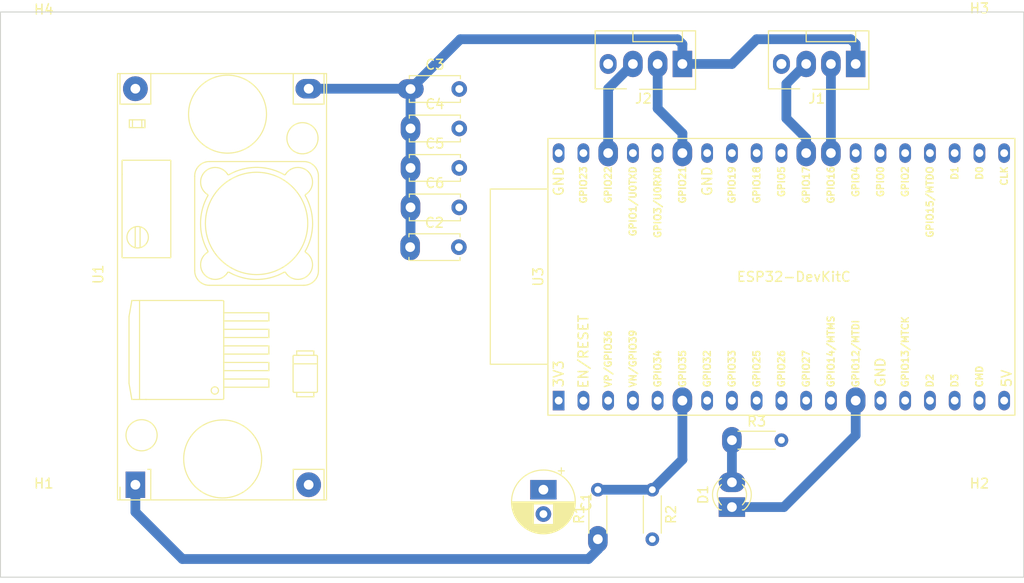
<source format=kicad_pcb>
(kicad_pcb (version 20221018) (generator pcbnew)
  (layers (0 "F.Cu" signal) (31 "B.Cu" signal) (34 "B.Paste" user) (35 "F.Paste" user) (36 "B.SilkS" user "B.Silkscreen") (37 "F.SilkS" user "F.Silkscreen") (38 "B.Mask" user) (39 "F.Mask" user) (44 "Edge.Cuts" user))
  (net 0 "")
  (net 1 "+5V")
  (net 2 "GND")
  (net 3 "LED_ALIVE")
  (net 4 "Net-(D1-A)")
  (net 5 "RXD2")
  (net 6 "TXD2")
  (net 7 "+12V")
  (net 8 "VBAT-3V")
  (net 9 "SCL")
  (net 10 "SDA")
  (footprint "Connector:FanPinHeader_1x04_P2.54mm_Vertical" (layer "F.Cu") (at 177.292 87.884 180)
    (fp_text reference "J2" (at 4 -3.55) (layer "F.SilkS"))
    (fp_text value "Conn_01x04_Pin")
    (fp_line (start -1.35 -2.6) (end 4.4 -2.6) (stroke (width 0.12)) (layer "F.SilkS"))
    (fp_line (start -1.35 3.4) (end -1.35 -2.6) (stroke (width 0.12)) (layer "F.SilkS"))
    (fp_line (start 0 2.29) (end 5.08 2.29) (stroke (width 0.12)) (layer "F.SilkS"))
    (fp_line (start 0 3.3) (end 0 2.29) (stroke (width 0.12)) (layer "F.SilkS"))
    (fp_line (start 5.08 2.29) (end 5.08 3.3) (stroke (width 0.12)) (layer "F.SilkS"))
    (fp_line (start 5.75 -2.55) (end 8.95 -2.55) (stroke (width 0.12)) (layer "F.SilkS"))
    (fp_line (start 8.95 -2.55) (end 8.95 3.4) (stroke (width 0.12)) (layer "F.SilkS"))
    (fp_line (start 8.95 3.4) (end -1.35 3.4) (stroke (width 0.12)) (layer "F.SilkS"))
    (pad "" np_thru_hole circle (at 5.08 -2.16 270) (size 1.1 1.1) (drill 1.1) (layers "*.Cu" "*.Mask"))
    (pad "1" thru_hole rect (at 0 0 270) (size 2.7 2) (drill 1) (layers "*.Cu" "*.Mask") (net 1 "+5V"))
    (pad "2" thru_hole oval (at 2.54 0 90) (size 2.7 2) (drill 1) (layers "*.Cu" "*.Mask") (net 10 "SDA"))
    (pad "3" thru_hole oval (at 5.08 0 90) (size 2.7 2) (drill 1) (layers "*.Cu" "*.Mask") (net 9 "SCL"))
    (pad "4" thru_hole oval (at 7.62 0 270) (size 2.03 1.73) (drill 1.02) (layers "*.Cu" "*.Mask") (net 2 "GND"))
  )
  (footprint "MountingHole:MountingHole_3.7mm" (layer "F.Cu") (at 207.772 86.868)
    (fp_text reference "H3" (at 0 -4.7) (layer "F.SilkS"))
    (fp_text value "3.7")
    (pad "" np_thru_hole circle (at 0 0) (size 3.7 3.7) (drill 3.7) (layers "*.Cu" "*.Mask"))
  )
  (footprint "Capacitor_THT:C_Disc_D5.0mm_W2.5mm_P5.00mm" (layer "F.Cu") (at 149.392 102.602)
    (fp_text reference "C6" (at 2.5 -2.5) (layer "F.SilkS"))
    (fp_text value "100nF")
    (fp_line (start -0.12 -1.37) (end -0.12 -1.055) (stroke (width 0.12)) (layer "F.SilkS"))
    (fp_line (start -0.12 -1.37) (end 5.12 -1.37) (stroke (width 0.12)) (layer "F.SilkS"))
    (fp_line (start -0.12 1.055) (end -0.12 1.37) (stroke (width 0.12)) (layer "F.SilkS"))
    (fp_line (start -0.12 1.37) (end 5.12 1.37) (stroke (width 0.12)) (layer "F.SilkS"))
    (fp_line (start 5.12 -1.37) (end 5.12 -1.055) (stroke (width 0.12)) (layer "F.SilkS"))
    (fp_line (start 5.12 1.055) (end 5.12 1.37) (stroke (width 0.12)) (layer "F.SilkS"))
    (pad "1" thru_hole oval (at 0 0) (size 2 2.7) (drill 1) (layers "*.Cu" "*.Mask") (net 1 "+5V"))
    (pad "2" thru_hole circle (at 5 0) (size 1.6 1.6) (drill 0.8) (layers "*.Cu" "*.Mask") (net 2 "GND"))
  )
  (footprint "Capacitor_THT:C_Disc_D5.0mm_W2.5mm_P5.00mm" (layer "F.Cu") (at 149.392 90.452)
    (fp_text reference "C3" (at 2.5 -2.5) (layer "F.SilkS"))
    (fp_text value "10uF")
    (fp_line (start -0.12 -1.37) (end -0.12 -1.055) (stroke (width 0.12)) (layer "F.SilkS"))
    (fp_line (start -0.12 -1.37) (end 5.12 -1.37) (stroke (width 0.12)) (layer "F.SilkS"))
    (fp_line (start -0.12 1.055) (end -0.12 1.37) (stroke (width 0.12)) (layer "F.SilkS"))
    (fp_line (start -0.12 1.37) (end 5.12 1.37) (stroke (width 0.12)) (layer "F.SilkS"))
    (fp_line (start 5.12 -1.37) (end 5.12 -1.055) (stroke (width 0.12)) (layer "F.SilkS"))
    (fp_line (start 5.12 1.055) (end 5.12 1.37) (stroke (width 0.12)) (layer "F.SilkS"))
    (pad "1" thru_hole oval (at 0 0) (size 2.7 2) (drill 1) (layers "*.Cu" "*.Mask") (net 1 "+5V"))
    (pad "2" thru_hole circle (at 5 0) (size 1.6 1.6) (drill 0.8) (layers "*.Cu" "*.Mask") (net 2 "GND"))
  )
  (footprint "LED_THT:LED_D3.0mm_FlatTop" (layer "F.Cu") (at 182.372 133.355 90)
    (fp_text reference "D1" (at 1.27 -2.96 90) (layer "F.SilkS"))
    (fp_text value "LED")
    (fp_line (start -0.29 -1.236) (end -0.29 -1.08) (stroke (width 0.12)) (layer "F.SilkS"))
    (fp_line (start -0.29 1.08) (end -0.29 1.236) (stroke (width 0.12)) (layer "F.SilkS"))
    (fp_arc (start -0.29 -1.235516) (mid 1.366487 -1.987659) (end 2.942335 -1.078608) (stroke (width 0.12)) (layer "F.SilkS"))
    (fp_arc (start 0.229039 -1.08) (mid 1.270117 -1.5) (end 2.31113 -1.079837) (stroke (width 0.12)) (layer "F.SilkS"))
    (fp_arc (start 2.31113 1.079837) (mid 1.270117 1.5) (end 0.229039 1.08) (stroke (width 0.12)) (layer "F.SilkS"))
    (fp_arc (start 2.942335 1.078608) (mid 1.366487 1.987659) (end -0.29 1.235516) (stroke (width 0.12)) (layer "F.SilkS"))
    (pad "1" thru_hole rect (at 0 0 180) (size 2.7 2) (drill 1) (layers "*.Cu" "*.Mask") (net 3 "LED_ALIVE"))
    (pad "2" thru_hole oval (at 2.54 0 90) (size 2 2.7) (drill 1) (layers "*.Cu" "*.Mask") (net 4 "Net-(D1-A)"))
  )
  (footprint "MountingHole:MountingHole_3.7mm" (layer "F.Cu") (at 111.76 135.636)
    (fp_text reference "H1" (at 0 -4.7) (layer "F.SilkS"))
    (fp_text value "3.7")
    (pad "" np_thru_hole circle (at 0 0) (size 3.7 3.7) (drill 3.7) (layers "*.Cu" "*.Mask"))
  )
  (footprint "Resistor_THT:R_Axial_DIN0204_L3.6mm_D1.6mm_P5.08mm_Horizontal" (layer "F.Cu") (at 174.204 131.572 -90)
    (fp_text reference "R2" (at 2.54 -1.92 90) (layer "F.SilkS"))
    (fp_text value "2k2")
    (fp_line (start 0.62 -0.92) (end 4.46 -0.92) (stroke (width 0.12)) (layer "F.SilkS"))
    (fp_line (start 0.62 0.92) (end 4.46 0.92) (stroke (width 0.12)) (layer "F.SilkS"))
    (pad "1" thru_hole circle (at 0 0 270) (size 1.4 1.4) (drill 0.7) (layers "*.Cu" "*.Mask") (net 8 "VBAT-3V"))
    (pad "2" thru_hole oval (at 5.08 0 270) (size 1.4 1.4) (drill 0.7) (layers "*.Cu" "*.Mask") (net 2 "GND"))
  )
  (footprint "MountingHole:MountingHole_3.7mm" (layer "F.Cu") (at 207.772 135.636)
    (fp_text reference "H2" (at 0 -4.7) (layer "F.SilkS"))
    (fp_text value "3.7")
    (pad "" np_thru_hole circle (at 0 0) (size 3.7 3.7) (drill 3.7) (layers "*.Cu" "*.Mask"))
  )
  (footprint "Capacitor_THT:C_Disc_D5.0mm_W2.5mm_P5.00mm" (layer "F.Cu") (at 149.392 98.552)
    (fp_text reference "C5" (at 2.5 -2.5) (layer "F.SilkS"))
    (fp_text value "10uF")
    (fp_line (start -0.12 -1.37) (end -0.12 -1.055) (stroke (width 0.12)) (layer "F.SilkS"))
    (fp_line (start -0.12 -1.37) (end 5.12 -1.37) (stroke (width 0.12)) (layer "F.SilkS"))
    (fp_line (start -0.12 1.055) (end -0.12 1.37) (stroke (width 0.12)) (layer "F.SilkS"))
    (fp_line (start -0.12 1.37) (end 5.12 1.37) (stroke (width 0.12)) (layer "F.SilkS"))
    (fp_line (start 5.12 -1.37) (end 5.12 -1.055) (stroke (width 0.12)) (layer "F.SilkS"))
    (fp_line (start 5.12 1.055) (end 5.12 1.37) (stroke (width 0.12)) (layer "F.SilkS"))
    (pad "1" thru_hole oval (at 0 0) (size 2 2.7) (drill 1) (layers "*.Cu" "*.Mask") (net 1 "+5V"))
    (pad "2" thru_hole circle (at 5 0) (size 1.6 1.6) (drill 0.8) (layers "*.Cu" "*.Mask") (net 2 "GND"))
  )
  (footprint "Resistor_THT:R_Axial_DIN0204_L3.6mm_D1.6mm_P5.08mm_Horizontal" (layer "F.Cu") (at 168.616 136.652 90)
    (fp_text reference "R1" (at 2.54 -1.92 90) (layer "F.SilkS"))
    (fp_text value "10k")
    (fp_line (start 0.62 -0.92) (end 4.46 -0.92) (stroke (width 0.12)) (layer "F.SilkS"))
    (fp_line (start 0.62 0.92) (end 4.46 0.92) (stroke (width 0.12)) (layer "F.SilkS"))
    (pad "1" thru_hole oval (at 0 0 90) (size 2.7 2) (drill 1) (layers "*.Cu" "*.Mask") (net 7 "+12V"))
    (pad "2" thru_hole oval (at 5.08 0 90) (size 1.4 1.4) (drill 0.7) (layers "*.Cu" "*.Mask") (net 8 "VBAT-3V"))
  )
  (footprint "MountingHole:MountingHole_3.7mm" (layer "F.Cu") (at 111.76 86.995)
    (fp_text reference "H4" (at 0 -4.7) (layer "F.SilkS"))
    (fp_text value "3.7")
    (pad "" np_thru_hole circle (at 0 0) (size 3.7 3.7) (drill 3.7) (layers "*.Cu" "*.Mask"))
  )
  (footprint "Capacitor_THT:CP_Radial_D6.3mm_P2.50mm" (layer "F.Cu") (at 163.028 131.572 -90)
    (fp_text reference "C1" (at 1.25 -4.4 90) (layer "F.SilkS"))
    (fp_text value "470uF")
    (fp_line (start -2.250241 -1.839) (end -1.620241 -1.839) (stroke (width 0.12)) (layer "F.SilkS"))
    (fp_line (start -1.935241 -2.154) (end -1.935241 -1.524) (stroke (width 0.12)) (layer "F.SilkS"))
    (fp_line (start 1.25 -3.23) (end 1.25 3.23) (stroke (width 0.12)) (layer "F.SilkS"))
    (fp_line (start 1.29 -3.23) (end 1.29 3.23) (stroke (width 0.12)) (layer "F.SilkS"))
    (fp_line (start 1.33 -3.23) (end 1.33 3.23) (stroke (width 0.12)) (layer "F.SilkS"))
    (fp_line (start 1.37 -3.228) (end 1.37 3.228) (stroke (width 0.12)) (layer "F.SilkS"))
    (fp_line (start 1.41 -3.227) (end 1.41 3.227) (stroke (width 0.12)) (layer "F.SilkS"))
    (fp_line (start 1.45 -3.224) (end 1.45 3.224) (stroke (width 0.12)) (layer "F.SilkS"))
    (fp_line (start 1.49 -3.222) (end 1.49 -1.04) (stroke (width 0.12)) (layer "F.SilkS"))
    (fp_line (start 1.49 1.04) (end 1.49 3.222) (stroke (width 0.12)) (layer "F.SilkS"))
    (fp_line (start 1.53 -3.218) (end 1.53 -1.04) (stroke (width 0.12)) (layer "F.SilkS"))
    (fp_line (start 1.53 1.04) (end 1.53 3.218) (stroke (width 0.12)) (layer "F.SilkS"))
    (fp_line (start 1.57 -3.215) (end 1.57 -1.04) (stroke (width 0.12)) (layer "F.SilkS"))
    (fp_line (start 1.57 1.04) (end 1.57 3.215) (stroke (width 0.12)) (layer "F.SilkS"))
    (fp_line (start 1.61 -3.211) (end 1.61 -1.04) (stroke (width 0.12)) (layer "F.SilkS"))
    (fp_line (start 1.61 1.04) (end 1.61 3.211) (stroke (width 0.12)) (layer "F.SilkS"))
    (fp_line (start 1.65 -3.206) (end 1.65 -1.04) (stroke (width 0.12)) (layer "F.SilkS"))
    (fp_line (start 1.65 1.04) (end 1.65 3.206) (stroke (width 0.12)) (layer "F.SilkS"))
    (fp_line (start 1.69 -3.201) (end 1.69 -1.04) (stroke (width 0.12)) (layer "F.SilkS"))
    (fp_line (start 1.69 1.04) (end 1.69 3.201) (stroke (width 0.12)) (layer "F.SilkS"))
    (fp_line (start 1.73 -3.195) (end 1.73 -1.04) (stroke (width 0.12)) (layer "F.SilkS"))
    (fp_line (start 1.73 1.04) (end 1.73 3.195) (stroke (width 0.12)) (layer "F.SilkS"))
    (fp_line (start 1.77 -3.189) (end 1.77 -1.04) (stroke (width 0.12)) (layer "F.SilkS"))
    (fp_line (start 1.77 1.04) (end 1.77 3.189) (stroke (width 0.12)) (layer "F.SilkS"))
    (fp_line (start 1.81 -3.182) (end 1.81 -1.04) (stroke (width 0.12)) (layer "F.SilkS"))
    (fp_line (start 1.81 1.04) (end 1.81 3.182) (stroke (width 0.12)) (layer "F.SilkS"))
    (fp_line (start 1.85 -3.175) (end 1.85 -1.04) (stroke (width 0.12)) (layer "F.SilkS"))
    (fp_line (start 1.85 1.04) (end 1.85 3.175) (stroke (width 0.12)) (layer "F.SilkS"))
    (fp_line (start 1.89 -3.167) (end 1.89 -1.04) (stroke (width 0.12)) (layer "F.SilkS"))
    (fp_line (start 1.89 1.04) (end 1.89 3.167) (stroke (width 0.12)) (layer "F.SilkS"))
    (fp_line (start 1.93 -3.159) (end 1.93 -1.04) (stroke (width 0.12)) (layer "F.SilkS"))
    (fp_line (start 1.93 1.04) (end 1.93 3.159) (stroke (width 0.12)) (layer "F.SilkS"))
    (fp_line (start 1.971 -3.15) (end 1.971 -1.04) (stroke (width 0.12)) (layer "F.SilkS"))
    (fp_line (start 1.971 1.04) (end 1.971 3.15) (stroke (width 0.12)) (layer "F.SilkS"))
    (fp_line (start 2.011 -3.141) (end 2.011 -1.04) (stroke (width 0.12)) (layer "F.SilkS"))
    (fp_line (start 2.011 1.04) (end 2.011 3.141) (stroke (width 0.12)) (layer "F.SilkS"))
    (fp_line (start 2.051 -3.131) (end 2.051 -1.04) (stroke (width 0.12)) (layer "F.SilkS"))
    (fp_line (start 2.051 1.04) (end 2.051 3.131) (stroke (width 0.12)) (layer "F.SilkS"))
    (fp_line (start 2.091 -3.121) (end 2.091 -1.04) (stroke (width 0.12)) (layer "F.SilkS"))
    (fp_line (start 2.091 1.04) (end 2.091 3.121) (stroke (width 0.12)) (layer "F.SilkS"))
    (fp_line (start 2.131 -3.11) (end 2.131 -1.04) (stroke (width 0.12)) (layer "F.SilkS"))
    (fp_line (start 2.131 1.04) (end 2.131 3.11) (stroke (width 0.12)) (layer "F.SilkS"))
    (fp_line (start 2.171 -3.098) (end 2.171 -1.04) (stroke (width 0.12)) (layer "F.SilkS"))
    (fp_line (start 2.171 1.04) (end 2.171 3.098) (stroke (width 0.12)) (layer "F.SilkS"))
    (fp_line (start 2.211 -3.086) (end 2.211 -1.04) (stroke (width 0.12)) (layer "F.SilkS"))
    (fp_line (start 2.211 1.04) (end 2.211 3.086) (stroke (width 0.12)) (layer "F.SilkS"))
    (fp_line (start 2.251 -3.074) (end 2.251 -1.04) (stroke (width 0.12)) (layer "F.SilkS"))
    (fp_line (start 2.251 1.04) (end 2.251 3.074) (stroke (width 0.12)) (layer "F.SilkS"))
    (fp_line (start 2.291 -3.061) (end 2.291 -1.04) (stroke (width 0.12)) (layer "F.SilkS"))
    (fp_line (start 2.291 1.04) (end 2.291 3.061) (stroke (width 0.12)) (layer "F.SilkS"))
    (fp_line (start 2.331 -3.047) (end 2.331 -1.04) (stroke (width 0.12)) (layer "F.SilkS"))
    (fp_line (start 2.331 1.04) (end 2.331 3.047) (stroke (width 0.12)) (layer "F.SilkS"))
    (fp_line (start 2.371 -3.033) (end 2.371 -1.04) (stroke (width 0.12)) (layer "F.SilkS"))
    (fp_line (start 2.371 1.04) (end 2.371 3.033) (stroke (width 0.12)) (layer "F.SilkS"))
    (fp_line (start 2.411 -3.018) (end 2.411 -1.04) (stroke (width 0.12)) (layer "F.SilkS"))
    (fp_line (start 2.411 1.04) (end 2.411 3.018) (stroke (width 0.12)) (layer "F.SilkS"))
    (fp_line (start 2.451 -3.002) (end 2.451 -1.04) (stroke (width 0.12)) (layer "F.SilkS"))
    (fp_line (start 2.451 1.04) (end 2.451 3.002) (stroke (width 0.12)) (layer "F.SilkS"))
    (fp_line (start 2.491 -2.986) (end 2.491 -1.04) (stroke (width 0.12)) (layer "F.SilkS"))
    (fp_line (start 2.491 1.04) (end 2.491 2.986) (stroke (width 0.12)) (layer "F.SilkS"))
    (fp_line (start 2.531 -2.97) (end 2.531 -1.04) (stroke (width 0.12)) (layer "F.SilkS"))
    (fp_line (start 2.531 1.04) (end 2.531 2.97) (stroke (width 0.12)) (layer "F.SilkS"))
    (fp_line (start 2.571 -2.952) (end 2.571 -1.04) (stroke (width 0.12)) (layer "F.SilkS"))
    (fp_line (start 2.571 1.04) (end 2.571 2.952) (stroke (width 0.12)) (layer "F.SilkS"))
    (fp_line (start 2.611 -2.934) (end 2.611 -1.04) (stroke (width 0.12)) (layer "F.SilkS"))
    (fp_line (start 2.611 1.04) (end 2.611 2.934) (stroke (width 0.12)) (layer "F.SilkS"))
    (fp_line (start 2.651 -2.916) (end 2.651 -1.04) (stroke (width 0.12)) (layer "F.SilkS"))
    (fp_line (start 2.651 1.04) (end 2.651 2.916) (stroke (width 0.12)) (layer "F.SilkS"))
    (fp_line (start 2.691 -2.896) (end 2.691 -1.04) (stroke (width 0.12)) (layer "F.SilkS"))
    (fp_line (start 2.691 1.04) (end 2.691 2.896) (stroke (width 0.12)) (layer "F.SilkS"))
    (fp_line (start 2.731 -2.876) (end 2.731 -1.04) (stroke (width 0.12)) (layer "F.SilkS"))
    (fp_line (start 2.731 1.04) (end 2.731 2.876) (stroke (width 0.12)) (layer "F.SilkS"))
    (fp_line (start 2.771 -2.856) (end 2.771 -1.04) (stroke (width 0.12)) (layer "F.SilkS"))
    (fp_line (start 2.771 1.04) (end 2.771 2.856) (stroke (width 0.12)) (layer "F.SilkS"))
    (fp_line (start 2.811 -2.834) (end 2.811 -1.04) (stroke (width 0.12)) (layer "F.SilkS"))
    (fp_line (start 2.811 1.04) (end 2.811 2.834) (stroke (width 0.12)) (layer "F.SilkS"))
    (fp_line (start 2.851 -2.812) (end 2.851 -1.04) (stroke (width 0.12)) (layer "F.SilkS"))
    (fp_line (start 2.851 1.04) (end 2.851 2.812) (stroke (width 0.12)) (layer "F.SilkS"))
    (fp_line (start 2.891 -2.79) (end 2.891 -1.04) (stroke (width 0.12)) (layer "F.SilkS"))
    (fp_line (start 2.891 1.04) (end 2.891 2.79) (stroke (width 0.12)) (layer "F.SilkS"))
    (fp_line (start 2.931 -2.766) (end 2.931 -1.04) (stroke (width 0.12)) (layer "F.SilkS"))
    (fp_line (start 2.931 1.04) (end 2.931 2.766) (stroke (width 0.12)) (layer "F.SilkS"))
    (fp_line (start 2.971 -2.742) (end 2.971 -1.04) (stroke (width 0.12)) (layer "F.SilkS"))
    (fp_line (start 2.971 1.04) (end 2.971 2.742) (stroke (width 0.12)) (layer "F.SilkS"))
    (fp_line (start 3.011 -2.716) (end 3.011 -1.04) (stroke (width 0.12)) (layer "F.SilkS"))
    (fp_line (start 3.011 1.04) (end 3.011 2.716) (stroke (width 0.12)) (layer "F.SilkS"))
    (fp_line (start 3.051 -2.69) (end 3.051 -1.04) (stroke (width 0.12)) (layer "F.SilkS"))
    (fp_line (start 3.051 1.04) (end 3.051 2.69) (stroke (width 0.12)) (layer "F.SilkS"))
    (fp_line (start 3.091 -2.664) (end 3.091 -1.04) (stroke (width 0.12)) (layer "F.SilkS"))
    (fp_line (start 3.091 1.04) (end 3.091 2.664) (stroke (width 0.12)) (layer "F.SilkS"))
    (fp_line (start 3.131 -2.636) (end 3.131 -1.04) (stroke (width 0.12)) (layer "F.SilkS"))
    (fp_line (start 3.131 1.04) (end 3.131 2.636) (stroke (width 0.12)) (layer "F.SilkS"))
    (fp_line (start 3.171 -2.607) (end 3.171 -1.04) (stroke (width 0.12)) (layer "F.SilkS"))
    (fp_line (start 3.171 1.04) (end 3.171 2.607) (stroke (width 0.12)) (layer "F.SilkS"))
    (fp_line (start 3.211 -2.578) (end 3.211 -1.04) (stroke (width 0.12)) (layer "F.SilkS"))
    (fp_line (start 3.211 1.04) (end 3.211 2.578) (stroke (width 0.12)) (layer "F.SilkS"))
    (fp_line (start 3.251 -2.548) (end 3.251 -1.04) (stroke (width 0.12)) (layer "F.SilkS"))
    (fp_line (start 3.251 1.04) (end 3.251 2.548) (stroke (width 0.12)) (layer "F.SilkS"))
    (fp_line (start 3.291 -2.516) (end 3.291 -1.04) (stroke (width 0.12)) (layer "F.SilkS"))
    (fp_line (start 3.291 1.04) (end 3.291 2.516) (stroke (width 0.12)) (layer "F.SilkS"))
    (fp_line (start 3.331 -2.484) (end 3.331 -1.04) (stroke (width 0.12)) (layer "F.SilkS"))
    (fp_line (start 3.331 1.04) (end 3.331 2.484) (stroke (width 0.12)) (layer "F.SilkS"))
    (fp_line (start 3.371 -2.45) (end 3.371 -1.04) (stroke (width 0.12)) (layer "F.SilkS"))
    (fp_line (start 3.371 1.04) (end 3.371 2.45) (stroke (width 0.12)) (layer "F.SilkS"))
    (fp_line (start 3.411 -2.416) (end 3.411 -1.04) (stroke (width 0.12)) (layer "F.SilkS"))
    (fp_line (start 3.411 1.04) (end 3.411 2.416) (stroke (width 0.12)) (layer "F.SilkS"))
    (fp_line (start 3.451 -2.38) (end 3.451 -1.04) (stroke (width 0.12)) (layer "F.SilkS"))
    (fp_line (start 3.451 1.04) (end 3.451 2.38) (stroke (width 0.12)) (layer "F.SilkS"))
    (fp_line (start 3.491 -2.343) (end 3.491 -1.04) (stroke (width 0.12)) (layer "F.SilkS"))
    (fp_line (start 3.491 1.04) (end 3.491 2.343) (stroke (width 0.12)) (layer "F.SilkS"))
    (fp_line (start 3.531 -2.305) (end 3.531 -1.04) (stroke (width 0.12)) (layer "F.SilkS"))
    (fp_line (start 3.531 1.04) (end 3.531 2.305) (stroke (width 0.12)) (layer "F.SilkS"))
    (fp_line (start 3.571 -2.265) (end 3.571 2.265) (stroke (width 0.12)) (layer "F.SilkS"))
    (fp_line (start 3.611 -2.224) (end 3.611 2.224) (stroke (width 0.12)) (layer "F.SilkS"))
    (fp_line (start 3.651 -2.182) (end 3.651 2.182) (stroke (width 0.12)) (layer "F.SilkS"))
    (fp_line (start 3.691 -2.137) (end 3.691 2.137) (stroke (width 0.12)) (layer "F.SilkS"))
    (fp_line (start 3.731 -2.092) (end 3.731 2.092) (stroke (width 0.12)) (layer "F.SilkS"))
    (fp_line (start 3.771 -2.044) (end 3.771 2.044) (stroke (width 0.12)) (layer "F.SilkS"))
    (fp_line (start 3.811 -1.995) (end 3.811 1.995) (stroke (width 0.12)) (layer "F.SilkS"))
    (fp_line (start 3.851 -1.944) (end 3.851 1.944) (stroke (width 0.12)) (layer "F.SilkS"))
    (fp_line (start 3.891 -1.89) (end 3.891 1.89) (stroke (width 0.12)) (layer "F.SilkS"))
    (fp_line (start 3.931 -1.834) (end 3.931 1.834) (stroke (width 0.12)) (layer "F.SilkS"))
    (fp_line (start 3.971 -1.776) (end 3.971 1.776) (stroke (width 0.12)) (layer "F.SilkS"))
    (fp_line (start 4.011 -1.714) (end 4.011 1.714) (stroke (width 0.12)) (layer "F.SilkS"))
    (fp_line (start 4.051 -1.65) (end 4.051 1.65) (stroke (width 0.12)) (layer "F.SilkS"))
    (fp_line (start 4.091 -1.581) (end 4.091 1.581) (stroke (width 0.12)) (layer "F.SilkS"))
    (fp_line (start 4.131 -1.509) (end 4.131 1.509) (stroke (width 0.12)) (layer "F.SilkS"))
    (fp_line (start 4.171 -1.432) (end 4.171 1.432) (stroke (width 0.12)) (layer "F.SilkS"))
    (fp_line (start 4.211 -1.35) (end 4.211 1.35) (stroke (width 0.12)) (layer "F.SilkS"))
    (fp_line (start 4.251 -1.262) (end 4.251 1.262) (stroke (width 0.12)) (layer "F.SilkS"))
    (fp_line (start 4.291 -1.165) (end 4.291 1.165) (stroke (width 0.12)) (layer "F.SilkS"))
    (fp_line (start 4.331 -1.059) (end 4.331 1.059) (stroke (width 0.12)) (layer "F.SilkS"))
    (fp_line (start 4.371 -0.94) (end 4.371 0.94) (stroke (width 0.12)) (layer "F.SilkS"))
    (fp_line (start 4.411 -0.802) (end 4.411 0.802) (stroke (width 0.12)) (layer "F.SilkS"))
    (fp_line (start 4.451 -0.633) (end 4.451 0.633) (stroke (width 0.12)) (layer "F.SilkS"))
    (fp_line (start 4.491 -0.402) (end 4.491 0.402) (stroke (width 0.12)) (layer "F.SilkS"))
    (fp_circle (center 1.25 0) (end 4.52 0) (stroke (width 0.12)) (fill none) (layer "F.SilkS"))
    (pad "1" thru_hole rect (at 0 0) (size 2.7 2) (drill 1) (layers "*.Cu" "*.Mask") (net 1 "+5V"))
    (pad "2" thru_hole circle (at 2.5 0 270) (size 1.6 1.6) (drill 0.8) (layers "*.Cu" "*.Mask") (net 2 "GND"))
  )
  (footprint "Resistor_THT:R_Axial_DIN0204_L3.6mm_D1.6mm_P5.08mm_Horizontal" (layer "F.Cu") (at 182.372 126.492)
    (fp_text reference "R3" (at 2.54 -1.92) (layer "F.SilkS"))
    (fp_text value "470R")
    (fp_line (start 0.62 -0.92) (end 4.46 -0.92) (stroke (width 0.12)) (layer "F.SilkS"))
    (fp_line (start 0.62 0.92) (end 4.46 0.92) (stroke (width 0.12)) (layer "F.SilkS"))
    (pad "1" thru_hole oval (at 0 0) (size 2 2.7) (drill 1) (layers "*.Cu" "*.Mask") (net 4 "Net-(D1-A)"))
    (pad "2" thru_hole oval (at 5.08 0) (size 1.4 1.4) (drill 0.7) (layers "*.Cu" "*.Mask") (net 2 "GND"))
  )
  (footprint "Capacitor_THT:C_Disc_D5.0mm_W2.5mm_P5.00mm" (layer "F.Cu") (at 149.352 106.68)
    (fp_text reference "C2" (at 2.5 -2.5) (layer "F.SilkS"))
    (fp_text value "100nF")
    (fp_line (start -0.12 -1.37) (end -0.12 -1.055) (stroke (width 0.12)) (layer "F.SilkS"))
    (fp_line (start -0.12 -1.37) (end 5.12 -1.37) (stroke (width 0.12)) (layer "F.SilkS"))
    (fp_line (start -0.12 1.055) (end -0.12 1.37) (stroke (width 0.12)) (layer "F.SilkS"))
    (fp_line (start -0.12 1.37) (end 5.12 1.37) (stroke (width 0.12)) (layer "F.SilkS"))
    (fp_line (start 5.12 -1.37) (end 5.12 -1.055) (stroke (width 0.12)) (layer "F.SilkS"))
    (fp_line (start 5.12 1.055) (end 5.12 1.37) (stroke (width 0.12)) (layer "F.SilkS"))
    (pad "1" thru_hole oval (at 0 0) (size 2 2.7) (drill 1) (layers "*.Cu" "*.Mask") (net 1 "+5V"))
    (pad "2" thru_hole circle (at 5 0) (size 1.6 1.6) (drill 0.8) (layers "*.Cu" "*.Mask") (net 2 "GND"))
  )
  (footprint "Espressif:ESP32-DevKitC" (layer "F.Cu") (at 164.592 122.428 90)
    (fp_text reference "U3" (at 12.7 -2.1 90) (layer "F.SilkS"))
    (fp_text value "ESP32-DevKitC" (at 12.7 24.13) (layer "F.SilkS"))
    (fp_text user "GPIO17" (at 24.13 25.4 90 unlocked) (layer "F.SilkS") (effects (font (size 0.7 0.7)) (justify right)))
    (fp_text user "GND" (at 24.13 0 90 unlocked) (layer "F.SilkS") (effects (justify right)))
    (fp_text user "GPIO14/MTMS" (at 1.27 27.94 90 unlocked) (layer "F.SilkS") (effects (font (size 0.7 0.7)) (justify left)))
    (fp_text user "GPIO21" (at 24.13 12.7 90 unlocked) (layer "F.SilkS") (effects (font (size 0.7 0.7)) (justify right)))
    (fp_text user "D3" (at 1.27 40.64 90 unlocked) (layer "F.SilkS") (effects (font (size 0.7 0.7)) (justify left)))
    (fp_text user "D2" (at 1.27 38.1 90 unlocked) (layer "F.SilkS") (effects (font (size 0.7 0.7)) (justify left)))
    (fp_text user "GPIO19" (at 24.13 17.78 90 unlocked) (layer "F.SilkS") (effects (font (size 0.7 0.7)) (justify right)))
    (fp_text user "CLK" (at 24.13 45.72 90 unlocked) (layer "F.SilkS") (effects (font (size 0.7 0.7)) (justify right)))
    (fp_text user "GPIO35" (at 1.27 12.7 90 unlocked) (layer "F.SilkS") (effects (font (size 0.7 0.7)) (justify left)))
    (fp_text user "GPIO0" (at 24.13 33.02 90 unlocked) (layer "F.SilkS") (effects (font (size 0.7 0.7)) (justify right)))
    (fp_text user "GND" (at 1.27 33.02 90 unlocked) (layer "F.SilkS") (effects (justify left)))
    (fp_text user "GPIO33" (at 1.27 17.78 90 unlocked) (layer "F.SilkS") (effects (font (size 0.7 0.7)) (justify left)))
    (fp_text user "GPIO4" (at 24.13 30.48 90 unlocked) (layer "F.SilkS") (effects (font (size 0.7 0.7)) (justify right)))
    (fp_text user "EN/RESET" (at 8.88632 2.53728 90 unlocked) (layer "F.SilkS") (effects (justify right)))
    (fp_text user "VN/GPIO39" (at 1.27 7.62 90 unlocked) (layer "F.SilkS") (effects (font (size 0.7 0.7)) (justify left)))
    (fp_text user "GND" (at 24.13 15.24 90 unlocked) (layer "F.SilkS") (effects (justify right)))
    (fp_text user "GPIO3/U0RXD" (at 24.13 10.16 90 unlocked) (layer "F.SilkS") (effects (font (size 0.7 0.7)) (justify right)))
    (fp_text user "D1" (at 24.13 40.64 90 unlocked) (layer "F.SilkS") (effects (font (size 0.7 0.7)) (justify right)))
    (fp_text user "GPIO15/MTDO" (at 24.13 38.1 90 unlocked) (layer "F.SilkS") (effects (font (size 0.7 0.7)) (justify right)))
    (fp_text user "VP/GPIO36" (at 1.27 5.08 90 unlocked) (layer "F.SilkS") (effects (font (size 0.7 0.7)) (justify left)))
    (fp_text user "GPIO26" (at 1.27 22.86 90 unlocked) (layer "F.SilkS") (effects (font (size 0.7 0.7)) (justify left)))
    (fp_text user "GPIO13/MTCK" (at 1.27 35.56 90 unlocked) (layer "F.SilkS") (effects (font (size 0.7 0.7)) (justify left)))
    (fp_text user "GPIO22" (at 24.13 5.08 90 unlocked) (layer "F.SilkS") (effects (font (size 0.7 0.7)) (justify right)))
    (fp_text user "GPIO23" (at 24.13 2.54 90 unlocked) (layer "F.SilkS") (effects (font (size 0.7 0.7)) (justify right)))
    (fp_text user "5V" (at 1.26632 45.97128 90 unlocked) (layer "F.SilkS") (effects (justify left)))
    (fp_text user "GPIO16" (at 24.13 27.94 90 unlocked) (layer "F.SilkS") (effects (font (size 0.7 0.7)) (justify right)))
    (fp_text user "GPIO27" (at 1.27 25.4 90 unlocked) (layer "F.SilkS") (effects (font (size 0.7 0.7)) (justify left)))
    (fp_text user "GPIO32" (at 1.27 15.24 90 unlocked) (layer "F.SilkS") (effects (font (size 0.7 0.7)) (justify left)))
    (fp_text user "GPIO1/U0TXD" (at 24.13 7.62 90 unlocked) (layer "F.SilkS") (effects (font (size 0.7 0.7)) (justify right)))
    (fp_text user "GPIO2" (at 24.13 35.56 90 unlocked) (layer "F.SilkS") (effects (font (size 0.7 0.7)) (justify right)))
    (fp_text user "GPIO12/MTDI" (at 1.27 30.48 90 unlocked) (layer "F.SilkS") (effects (font (size 0.7 0.7)) (justify left)))
    (fp_text user "GPIO5" (at 24.13 22.86 90 unlocked) (layer "F.SilkS") (effects (font (size 0.7 0.7)) (justify right)))
    (fp_text user "GPIO25" (at 1.27 20.32 90 unlocked) (layer "F.SilkS") (effects (font (size 0.7 0.7)) (justify left)))
    (fp_text user "3V3" (at 1.27 0 90 unlocked) (layer "F.SilkS") (effects (justify left)))
    (fp_text user "GPIO34" (at 1.27 10.16 90 unlocked) (layer "F.SilkS") (effects (font (size 0.7 0.7)) (justify left)))
    (fp_text user "CMD" (at 1.27 43.18 90 unlocked) (layer "F.SilkS") (effects (font (size 0.7 0.7)) (justify left)))
    (fp_text user "D0" (at 24.13 43.18 90 unlocked) (layer "F.SilkS") (effects (font (size 0.7 0.7)) (justify right)))
    (fp_text user "GPIO18" (at 24.13 20.32 90 unlocked) (layer "F.SilkS") (effects (font (size 0.7 0.7)) (justify right)))
    (fp_line (start -1.5 46.82) (end 26.899999 46.82) (stroke (width 0.12)) (layer "F.SilkS"))
    (fp_line (start -1.499999 -1.1) (end -1.5 46.82) (stroke (width 0.12)) (layer "F.SilkS"))
    (fp_line (start 3.73012 -7.01312) (end 21.71332 -7.01312) (stroke (width 0.12)) (layer "F.SilkS"))
    (fp_line (start 3.73012 -1.12032) (end 3.73012 -7.01312) (stroke (width 0.12)) (layer "F.SilkS"))
    (fp_line (start 21.71332 -7.01312) (end 21.71332 -1.12032) (stroke (width 0.12)) (layer "F.SilkS"))
    (fp_line (start 26.899999 46.82) (end 26.9 -1.1) (stroke (width 0.12)) (layer "F.SilkS"))
    (fp_line (start 26.9 -1.1) (end -1.499999 -1.1) (stroke (width 0.12)) (layer "F.SilkS"))
    (pad "1" thru_hole rect (at 0 0) (size 1.2 2) (drill 0.8) (layers "*.Cu" "*.Mask"))
    (pad "2" thru_hole oval (at 0 2.54) (size 1.2 2) (drill 0.8) (layers "*.Cu" "*.Mask"))
    (pad "3" thru_hole oval (at 0 5.08) (size 1.2 2) (drill 0.8) (layers "*.Cu" "*.Mask"))
    (pad "4" thru_hole oval (at 0 7.62) (size 1.2 2) (drill 0.8) (layers "*.Cu" "*.Mask"))
    (pad "5" thru_hole oval (at 0 10.16) (size 1.2 2) (drill 0.8) (layers "*.Cu" "*.Mask"))
    (pad "6" thru_hole oval (at 0 12.7) (size 2 2.7) (drill 1) (layers "*.Cu" "*.Mask") (net 8 "VBAT-3V"))
    (pad "7" thru_hole oval (at 0 15.24) (size 1.2 2) (drill 0.8) (layers "*.Cu" "*.Mask"))
    (pad "8" thru_hole oval (at 0 17.78) (size 1.2 2) (drill 0.8) (layers "*.Cu" "*.Mask"))
    (pad "9" thru_hole oval (at 0 20.32) (size 1.2 2) (drill 0.8) (layers "*.Cu" "*.Mask"))
    (pad "10" thru_hole oval (at 0 22.86) (size 1.2 2) (drill 0.8) (layers "*.Cu" "*.Mask"))
    (pad "11" thru_hole oval (at 0 25.4) (size 1.2 2) (drill 0.8) (layers "*.Cu" "*.Mask"))
    (pad "12" thru_hole oval (at 0 27.94) (size 1.2 2) (drill 0.8) (layers "*.Cu" "*.Mask"))
    (pad "13" thru_hole oval (at 0 30.48) (size 2 2.7) (drill 1) (layers "*.Cu" "*.Mask") (net 3 "LED_ALIVE"))
    (pad "14" thru_hole oval (at 0 33.02) (size 1.2 2) (drill 0.8) (layers "*.Cu" "*.Mask"))
    (pad "15" thru_hole oval (at 0 35.56) (size 1.2 2) (drill 0.8) (layers "*.Cu" "*.Mask"))
    (pad "16" thru_hole oval (at 0 38.1) (size 1.2 2) (drill 0.8) (layers "*.Cu" "*.Mask"))
    (pad "17" thru_hole oval (at 0 40.64) (size 1.2 2) (drill 0.8) (layers "*.Cu" "*.Mask"))
    (pad "18" thru_hole oval (at 0 43.18) (size 1.2 2) (drill 0.8) (layers "*.Cu" "*.Mask"))
    (pad "19" thru_hole oval (at 0 45.72) (size 1.2 2) (drill 0.8) (layers "*.Cu" "*.Mask") (net 1 "+5V"))
    (pad "20" thru_hole oval (at 25.39632 45.71728) (size 1.2 2) (drill 0.8) (layers "*.Cu" "*.Mask"))
    (pad "21" thru_hole oval (at 25.39632 43.17728) (size 1.2 2) (drill 0.8) (layers "*.Cu" "*.Mask"))
    (pad "22" thru_hole oval (at 25.4 40.64) (size 1.2 2) (drill 0.8) (layers "*.Cu" "*.Mask"))
    (pad "23" thru_hole oval (at 25.4 38.1) (size 1.2 2) (drill 0.8) (layers "*.Cu" "*.Mask"))
    (pad "24" thru_hole oval (at 25.4 35.56) (size 1.2 2) (drill 0.8) (layers "*.Cu" "*.Mask"))
    (pad "25" thru_hole oval (at 25.4 33.02) (size 1.2 2) (drill 0.8) (layers "*.Cu" "*.Mask"))
    (pad "26" thru_hole oval (at 25.4 30.48) (size 1.2 2) (drill 0.8) (layers "*.Cu" "*.Mask"))
    (pad "27" thru_hole oval (at 25.4 27.94) (size 2 2.7) (drill 1) (layers "*.Cu" "*.Mask") (net 5 "RXD2"))
    (pad "28" thru_hole oval (at 25.4 25.4) (size 2 2.7) (drill 1) (layers "*.Cu" "*.Mask") (net 6 "TXD2"))
    (pad "29" thru_hole oval (at 25.4 22.86) (size 1.2 2) (drill 0.8) (layers "*.Cu" "*.Mask"))
    (pad "30" thru_hole oval (at 25.4 20.32) (size 1.2 2) (drill 0.8) (layers "*.Cu" "*.Mask"))
    (pad "31" thru_hole oval (at 25.4 17.78) (size 1.2 2) (drill 0.8) (layers "*.Cu" "*.Mask"))
    (pad "32" thru_hole oval (at 25.4 15.24) (size 1.2 2) (drill 0.8) (layers "*.Cu" "*.Mask") (net 2 "GND"))
    (pad "33" thru_hole oval (at 25.4 12.7) (size 2 2.7) (drill 1) (layers "*.Cu" "*.Mask") (net 10 "SDA"))
    (pad "34" thru_hole oval (at 25.4 10.16) (size 1.2 2) (drill 0.8) (layers "*.Cu" "*.Mask"))
    (pad "35" thru_hole oval (at 25.4 7.62) (size 1.2 2) (drill 0.8) (layers "*.Cu" "*.Mask"))
    (pad "36" thru_hole oval (at 25.4 5.08) (size 2 2.7) (drill 1) (layers "*.Cu" "*.Mask") (net 9 "SCL"))
    (pad "37" thru_hole oval (at 25.4 2.54) (size 1.2 2) (drill 0.8) (layers "*.Cu" "*.Mask"))
    (pad "38" thru_hole oval (at 25.4 0) (size 1.2 2) (drill 0.8) (layers "*.Cu" "*.Mask"))
  )
  (footprint "Capacitor_THT:C_Disc_D5.0mm_W2.5mm_P5.00mm" (layer "F.Cu") (at 149.392 94.502)
    (fp_text reference "C4" (at 2.5 -2.5) (layer "F.SilkS"))
    (fp_text value "100nF")
    (fp_line (start -0.12 -1.37) (end -0.12 -1.055) (stroke (width 0.12)) (layer "F.SilkS"))
    (fp_line (start -0.12 -1.37) (end 5.12 -1.37) (stroke (width 0.12)) (layer "F.SilkS"))
    (fp_line (start -0.12 1.055) (end -0.12 1.37) (stroke (width 0.12)) (layer "F.SilkS"))
    (fp_line (start -0.12 1.37) (end 5.12 1.37) (stroke (width 0.12)) (layer "F.SilkS"))
    (fp_line (start 5.12 -1.37) (end 5.12 -1.055) (stroke (width 0.12)) (layer "F.SilkS"))
    (fp_line (start 5.12 1.055) (end 5.12 1.37) (stroke (width 0.12)) (layer "F.SilkS"))
    (pad "1" thru_hole oval (at 0 0) (size 2 2.7) (drill 1) (layers "*.Cu" "*.Mask") (net 1 "+5V"))
    (pad "2" thru_hole circle (at 5 0) (size 1.6 1.6) (drill 0.8) (layers "*.Cu" "*.Mask") (net 2 "GND"))
  )
  (footprint "Connector:FanPinHeader_1x04_P2.54mm_Vertical" (layer "F.Cu") (at 195.072 87.884 180)
    (fp_text reference "J1" (at 4 -3.55) (layer "F.SilkS"))
    (fp_text value "Conn_01x04_Pin")
    (fp_line (start -1.35 -2.6) (end 4.4 -2.6) (stroke (width 0.12)) (layer "F.SilkS"))
    (fp_line (start -1.35 3.4) (end -1.35 -2.6) (stroke (width 0.12)) (layer "F.SilkS"))
    (fp_line (start 0 2.29) (end 5.08 2.29) (stroke (width 0.12)) (layer "F.SilkS"))
    (fp_line (start 0 3.3) (end 0 2.29) (stroke (width 0.12)) (layer "F.SilkS"))
    (fp_line (start 5.08 2.29) (end 5.08 3.3) (stroke (width 0.12)) (layer "F.SilkS"))
    (fp_line (start 5.75 -2.55) (end 8.95 -2.55) (stroke (width 0.12)) (layer "F.SilkS"))
    (fp_line (start 8.95 -2.55) (end 8.95 3.4) (stroke (width 0.12)) (layer "F.SilkS"))
    (fp_line (start 8.95 3.4) (end -1.35 3.4) (stroke (width 0.12)) (layer "F.SilkS"))
    (pad "" np_thru_hole circle (at 5.08 -2.16 270) (size 1.1 1.1) (drill 1.1) (layers "*.Cu" "*.Mask"))
    (pad "1" thru_hole rect (at 0 0 270) (size 2.7 2) (drill 1) (layers "*.Cu" "*.Mask") (net 1 "+5V"))
    (pad "2" thru_hole oval (at 2.54 0 90) (size 2.7 2) (drill 1) (layers "*.Cu" "*.Mask") (net 5 "RXD2"))
    (pad "3" thru_hole oval (at 5.08 0 90) (size 2.7 2) (drill 1) (layers "*.Cu" "*.Mask") (net 6 "TXD2"))
    (pad "4" thru_hole oval (at 7.62 0 270) (size 2.03 1.73) (drill 1.02) (layers "*.Cu" "*.Mask") (net 2 "GND"))
  )
  (footprint "StepDown:StepDown_LM2596" (layer "F.Cu") (at 121.158 131.064 90)
    (fp_text reference "U1" (at 21.59 -3.81 90) (layer "F.SilkS"))
    (fp_text value "step-down (buck)")
    (fp_line (start -1.555 -1.835) (end -1.555 19.615) (stroke (width 0.12)) (layer "F.SilkS"))
    (fp_line (start -1.555 19.615) (end 42.195 19.615) (stroke (width 0.12)) (layer "F.SilkS"))
    (fp_line (start -1.55 -1.58) (end -0.25 -1.58) (stroke (width 0.12)) (layer "F.SilkS"))
    (fp_line (start -1.55 1.575) (end 1.58 1.58) (stroke (width 0.12)) (layer "F.SilkS"))
    (fp_line (start -1.55 16.2) (end 1.58 16.2) (stroke (width 0.12)) (layer "F.SilkS"))
    (fp_line (start -1.55 19.36) (end 1.58 19.36) (stroke (width 0.12)) (layer "F.SilkS"))
    (fp_line (start 1.58 1.27) (end 1.58 1.58) (stroke (width 0.12)) (layer "F.SilkS"))
    (fp_line (start 1.58 16.2) (end 1.58 19.36) (stroke (width 0.12)) (layer "F.SilkS"))
    (fp_line (start 8.749233 1.004149) (end 8.749233 1.165687) (stroke (width 0.12)) (layer "F.SilkS"))
    (fp_line (start 8.750233 -0.36239) (end 10.400233 -0.653329) (stroke (width 0.12)) (layer "F.SilkS"))
    (fp_line (start 8.750233 8.989106) (end 8.750233 -0.36239) (stroke (width 0.12)) (layer "F.SilkS"))
    (fp_line (start 8.750233 8.989106) (end 8.827797 9.06667) (stroke (width 0.12)) (layer "F.SilkS"))
    (fp_line (start 8.827797 9.06667) (end 18.83267 9.06667) (stroke (width 0.12)) (layer "F.SilkS"))
    (fp_line (start 9.031636 16.558217) (end 9.481636 16.558217) (stroke (width 0.12)) (layer "F.SilkS"))
    (fp_line (start 9.031636 18.308217) (end 9.031636 16.558217) (stroke (width 0.12)) (layer "F.SilkS"))
    (fp_line (start 9.481636 18.308217) (end 9.031636 18.308217) (stroke (width 0.12)) (layer "F.SilkS"))
    (fp_line (start 9.481636 18.583217) (end 9.481636 16.283217) (stroke (width 0.12)) (layer "F.SilkS"))
    (fp_line (start 9.581636 16.183217) (end 13.181636 16.183217) (stroke (width 0.12)) (layer "F.SilkS"))
    (fp_line (start 10.010233 13.69667) (end 10.010233 9.06667) (stroke (width 0.12)) (layer "F.SilkS"))
    (fp_line (start 10.010233 13.69667) (end 10.850233 13.69667) (stroke (width 0.12)) (layer "F.SilkS"))
    (fp_line (start 10.400233 -0.653329) (end 17.260233 -0.653329) (stroke (width 0.12)) (layer "F.SilkS"))
    (fp_line (start 10.850233 13.69667) (end 10.850233 9.06667) (stroke (width 0.12)) (layer "F.SilkS"))
    (fp_line (start 11.710233 13.69667) (end 11.710233 9.06667) (stroke (width 0.12)) (layer "F.SilkS"))
    (fp_line (start 11.710233 13.69667) (end 12.550233 13.69667) (stroke (width 0.12)) (layer "F.SilkS"))
    (fp_line (start 12.411358 16.283217) (end 12.411358 18.583217) (stroke (width 0.12)) (layer "F.SilkS"))
    (fp_line (start 12.550233 13.69667) (end 12.550233 9.06667) (stroke (width 0.12)) (layer "F.SilkS"))
    (fp_line (start 13.181636 18.683217) (end 9.581636 18.683217) (stroke (width 0.12)) (layer "F.SilkS"))
    (fp_line (start 13.281636 16.283217) (end 13.281636 18.583217) (stroke (width 0.12)) (layer "F.SilkS"))
    (fp_line (start 13.281636 16.558217) (end 13.731636 16.558217) (stroke (width 0.12)) (layer "F.SilkS"))
    (fp_line (start 13.282636 16.794696) (end 13.282636 16.700144) (stroke (width 0.12)) (layer "F.SilkS"))
    (fp_line (start 13.410233 13.69667) (end 13.410233 9.06667) (stroke (width 0.12)) (layer "F.SilkS"))
    (fp_line (start 13.410233 13.69667) (end 14.250233 13.69667) (stroke (width 0.12)) (layer "F.SilkS"))
    (fp_line (start 13.731636 16.558217) (end 13.731636 18.308217) (stroke (width 0.12)) (layer "F.SilkS"))
    (fp_line (start 13.731636 18.308217) (end 13.281636 18.308217) (stroke (width 0.12)) (layer "F.SilkS"))
    (fp_line (start 14.250233 13.69667) (end 14.250233 9.06667) (stroke (width 0.12)) (layer "F.SilkS"))
    (fp_line (start 15.110233 13.69667) (end 15.110233 9.06667) (stroke (width 0.12)) (layer "F.SilkS"))
    (fp_line (start 15.110233 13.69667) (end 15.950233 13.69667) (stroke (width 0.12)) (layer "F.SilkS"))
    (fp_line (start 15.950233 13.69667) (end 15.950233 9.06667) (stroke (width 0.12)) (layer "F.SilkS"))
    (fp_line (start 16.810233 13.69667) (end 16.810233 9.06667) (stroke (width 0.12)) (layer "F.SilkS"))
    (fp_line (start 16.810233 13.69667) (end 17.650233 13.69667) (stroke (width 0.12)) (layer "F.SilkS"))
    (fp_line (start 17.260233 -0.653329) (end 18.910233 -0.36239) (stroke (width 0.12)) (layer "F.SilkS"))
    (fp_line (start 17.650233 13.69667) (end 17.650233 9.06667) (stroke (width 0.12)) (layer "F.SilkS"))
    (fp_line (start 18.83267 9.06667) (end 18.910233 8.989106) (stroke (width 0.12)) (layer "F.SilkS"))
    (fp_line (start 18.910233 0.42667) (end 8.750233 0.42667) (stroke (width 0.12)) (layer "F.SilkS"))
    (fp_line (start 18.910233 8.989106) (end 18.910233 -0.36239) (stroke (width 0.12)) (layer "F.SilkS"))
    (fp_line (start 20.467397 7.585796) (end 20.467397 17.285796) (stroke (width 0.12)) (layer "F.SilkS"))
    (fp_line (start 21.967397 18.785796) (end 31.667397 18.785796) (stroke (width 0.12)) (layer "F.SilkS"))
    (fp_line (start 23.299783 3.582294) (end 23.299783 -1.317705) (stroke (width 0.12)) (layer "F.SilkS"))
    (fp_line (start 23.349783 -1.367705) (end 33.249783 -1.367705) (stroke (width 0.12)) (layer "F.SilkS"))
    (fp_line (start 24.336385 -0.0491) (end 24.360553 -0.017705) (stroke (width 0.12)) (layer "F.SilkS"))
    (fp_line (start 24.348594 0.007294) (end 24.324147 0.002062) (stroke (width 0.12)) (layer "F.SilkS"))
    (fp_line (start 24.348594 0.007294) (end 24.355764 -0.023925) (stroke (width 0.12)) (layer "F.SilkS"))
    (fp_line (start 24.348594 0.007294) (end 24.360553 -0.017705) (stroke (width 0.12)) (layer "F.SilkS"))
    (fp_line (start 24.360553 0.482294) (end 26.439014 0.482294) (stroke (width 0.12)) (layer "F.SilkS"))
    (fp_line (start 26.439014 -0.017705) (end 24.360553 -0.017705) (stroke (width 0.12)) (layer "F.SilkS"))
    (fp_line (start 31.667397 6.085796) (end 21.967397 6.085796) (stroke (width 0.12)) (layer "F.SilkS"))
    (fp_line (start 31.858978 -1.368705) (end 31.814106 -1.368705) (stroke (width 0.12)) (layer "F.SilkS"))
    (fp_line (start 31.942312 -1.368705) (end 31.908357 -1.368705) (stroke (width 0.12)) (layer "F.SilkS"))
    (fp_line (start 33.167397 17.285796) (end 33.167397 7.585796) (stroke (width 0.12)) (layer "F.SilkS"))
    (fp_line (start 33.249783 3.632294) (end 23.349783 3.632294) (stroke (width 0.12)) (layer "F.SilkS"))
    (fp_line (start 33.299783 -1.317705) (end 33.299783 3.582294) (stroke (width 0.12)) (layer "F.SilkS"))
    (fp_line (start 36.648681 -0.299704) (end 37.448681 -0.299704) (stroke (width 0.12)) (layer "F.SilkS"))
    (fp_line (start 36.648681 0.980295) (end 36.648681 -0.619704) (stroke (width 0.12)) (layer "F.SilkS"))
    (fp_line (start 37.448681 -0.619704) (end 36.648681 -0.619704) (stroke (width 0.12)) (layer "F.SilkS"))
    (fp_line (start 37.448681 -0.619704) (end 37.448681 0.980295) (stroke (width 0.12)) (layer "F.SilkS"))
    (fp_line (start 37.448681 0.660295) (end 36.648681 0.660295) (stroke (width 0.12)) (layer "F.SilkS"))
    (fp_line (start 37.448681 0.980295) (end 36.648681 0.980295) (stroke (width 0.12)) (layer "F.SilkS"))
    (fp_line (start 39.06 -1.58) (end 42.175 -1.58) (stroke (width 0.12)) (layer "F.SilkS"))
    (fp_line (start 39.06 1.58) (end 39.06 -1.58) (stroke (width 0.12)) (layer "F.SilkS"))
    (fp_line (start 39.06 1.58) (end 42.22 1.58) (stroke (width 0.12)) (layer "F.SilkS"))
    (fp_line (start 39.06 16.2) (end 42.175 16.2) (stroke (width 0.12)) (layer "F.SilkS"))
    (fp_line (start 39.06 19.36) (end 39.06 16.2) (stroke (width 0.12)) (layer "F.SilkS"))
    (fp_line (start 39.06 19.36) (end 42.175 19.36) (stroke (width 0.12)) (layer "F.SilkS"))
    (fp_line (start 42.195 -1.835) (end -1.555 -1.835) (stroke (width 0.12)) (layer "F.SilkS"))
    (fp_line (start 42.195 19.615) (end 42.195 -1.835) (stroke (width 0.12)) (layer "F.SilkS"))
    (fp_arc (start 9.481636 16.283217) (mid 9.510925 16.212506) (end 9.581636 16.183217) (stroke (width 0.12)) (layer "F.SilkS"))
    (fp_arc (start 9.581636 18.683217) (mid 9.510925 18.653928) (end 9.481636 18.583217) (stroke (width 0.12)) (layer "F.SilkS"))
    (fp_arc (start 13.181636 16.183217) (mid 13.252347 16.212506) (end 13.281636 16.283217) (stroke (width 0.12)) (layer "F.SilkS"))
    (fp_arc (start 13.281636 18.583217) (mid 13.252347 18.653928) (end 13.181636 18.683217) (stroke (width 0.12)) (layer "F.SilkS"))
    (fp_arc (start 20.467397 7.585796) (mid 20.906737 6.525136) (end 21.967397 6.085796) (stroke (width 0.12)) (layer "F.SilkS"))
    (fp_arc (start 21.781131 9.46601) (mid 21.825145 9.526245) (end 21.815218 9.600183) (stroke (width 0.12)) (layer "F.SilkS"))
    (fp_arc (start 21.781132 9.466011) (mid 21.514096 7.132496) (end 23.847611 7.399531) (stroke (width 0.12)) (layer "F.SilkS"))
    (fp_arc (start 21.815217 15.271409) (mid 21.825145 15.345347) (end 21.781132 15.405582) (stroke (width 0.12)) (layer "F.SilkS"))
    (fp_arc (start 21.815218 15.27141) (mid 21.067397 12.435796) (end 21.815218 9.600183) (stroke (width 0.12)) (layer "F.SilkS"))
    (fp_arc (start 21.967397 18.785796) (mid 20.906737 18.346456) (end 20.467397 17.285796) (stroke (width 0.12)) (layer "F.SilkS"))
    (fp_arc (start 23.299783 -1.317705) (mid 23.314428 -1.35306) (end 23.349783 -1.367705) (stroke (width 0.12)) (layer "F.SilkS"))
    (fp_arc (start 23.349783 3.632294) (mid 23.314428 3.617649) (end 23.299783 3.582294) (stroke (width 0.12)) (layer "F.SilkS"))
    (fp_arc (start 23.847611 17.472062) (mid 21.514095 17.739097) (end 21.781132 15.405582) (stroke (width 0.12)) (layer "F.SilkS"))
    (fp_arc (start 23.847611 17.472062) (mid 23.907845 17.428049) (end 23.981783 17.437976) (stroke (width 0.12)) (layer "F.SilkS"))
    (fp_arc (start 23.981783 7.433617) (mid 23.907845 7.443544) (end 23.847611 7.399531) (stroke (width 0.12)) (layer "F.SilkS"))
    (fp_arc (start 23.981784 7.433617) (mid 26.817397 6.685796) (end 29.653011 7.433617) (stroke (width 0.12)) (layer "F.SilkS"))
    (fp_arc (start 24.324148 0.462527) (mid 26.469605 -0.023594) (end 24.336385 0.51369) (stroke (width 0.12)) (layer "F.SilkS"))
    (fp_arc (start 29.653011 17.437976) (mid 26.817397 18.185797) (end 23.981783 17.437976) (stroke (width 0.12)) (layer "F.SilkS"))
    (fp_arc (start 29.653011 17.437976) (mid 29.726949 17.428049) (end 29.787183 17.472062) (stroke (width 0.12)) (layer "F.SilkS"))
    (fp_arc (start 29.787183 7.399531) (mid 29.726949 7.443544) (end 29.653011 7.433617) (stroke (width 0.12)) (layer "F.SilkS"))
    (fp_arc (start 29.787183 7.399531) (mid 32.120699 7.132496) (end 31.853662 9.466011) (stroke (width 0.12)) (layer "F.SilkS"))
    (fp_arc (start 31.667397 6.085796) (mid 32.728057 6.525136) (end 33.167397 7.585796) (stroke (width 0.12)) (layer "F.SilkS"))
    (fp_arc (start 31.819576 9.600183) (mid 32.567397 12.435796) (end 31.819576 15.27141) (stroke (width 0.12)) (layer "F.SilkS"))
    (fp_arc (start 31.819577 9.600184) (mid 31.809649 9.526246) (end 31.853662 9.466011) (stroke (width 0.12)) (layer "F.SilkS"))
    (fp_arc (start 31.853662 15.405582) (mid 32.120698 17.739097) (end 29.787183 17.472062) (stroke (width 0.12)) (layer "F.SilkS"))
    (fp_arc (start 31.853663 15.405583) (mid 31.809649 15.345348) (end 31.819576 15.27141) (stroke (width 0.12)) (layer "F.SilkS"))
    (fp_arc (start 33.167397 17.285796) (mid 32.728057 18.346456) (end 31.667397 18.785796) (stroke (width 0.12)) (layer "F.SilkS"))
    (fp_arc (start 33.249783 -1.367705) (mid 33.285138 -1.35306) (end 33.299783 -1.317705) (stroke (width 0.12)) (layer "F.SilkS"))
    (fp_arc (start 33.299783 3.582294) (mid 33.285138 3.617649) (end 33.249783 3.632294) (stroke (width 0.12)) (layer "F.SilkS"))
    (fp_circle (center 2.646666 8.957418) (end 6.646666 8.957418) (stroke (width 0.12)) (fill none) (layer "F.SilkS"))
    (fp_circle (center 5.08 0.635) (end 6.678999 0.635) (stroke (width 0.12)) (fill none) (layer "F.SilkS"))
    (fp_circle (center 9.673179 8.154594) (end 10.048179 8.154594) (stroke (width 0.12)) (fill none) (layer "F.SilkS"))
    (fp_circle (center 26.817397 12.435796) (end 32.067397 12.435796) (stroke (width 0.12)) (fill none) (layer "F.SilkS"))
    (fp_circle (center 35.56 17.145) (end 37.159 17.145) (stroke (width 0.12)) (fill none) (layer "F.SilkS"))
    (fp_circle (center 38.029307 9.455206) (end 42.029307 9.455206) (stroke (width 0.12)) (fill none) (layer "F.SilkS"))
    (pad "1" thru_hole rect (at 0 0 180) (size 2 2.7) (drill 1) (layers "*.Cu" "*.Mask") (net 7 "+12V"))
    (pad "2" thru_hole circle (at 0 17.78 90) (size 2.54 2.54) (drill 1) (layers "*.Cu" "*.Mask") (net 2 "GND"))
    (pad "3" thru_hole oval (at 40.64 17.78 90) (size 2 2.7) (drill 1) (layers "*.Cu" "*.Mask") (net 1 "+5V"))
    (pad "4" thru_hole circle (at 40.64 0 90) (size 2.54 2.54) (drill 1) (layers "*.Cu" "*.Mask"))
  )
  (gr_rect (start 107.315 82.55) (end 212.315 140.55) (stroke (width 0.1)) (fill none) (layer "Edge.Cuts"))
  (segment (start 154.5 85.344) (end 176.784 85.344) (width 1) (layer "B.Cu") (net 1))
  (segment (start 149.392 98.552) (end 149.392 102.602) (width 1) (layer "B.Cu") (net 1))
  (segment (start 138.938 90.424) (end 149.364 90.424) (width 1) (layer "B.Cu") (net 1))
  (segment (start 184.912 85.344) (end 194.564 85.344) (width 1) (layer "B.Cu") (net 1))
  (segment (start 149.392 106.64) (end 149.352 106.68) (width 1) (layer "B.Cu") (net 1))
  (segment (start 177.292 87.884) (end 182.372 87.884) (width 1) (layer "B.Cu") (net 1))
  (segment (start 194.564 85.344) (end 195.072 85.852) (width 1) (layer "B.Cu") (net 1))
  (segment (start 177.292 85.852) (end 177.292 87.884) (width 1) (layer "B.Cu") (net 1))
  (segment (start 149.392 102.602) (end 149.392 106.64) (width 1) (layer "B.Cu") (net 1))
  (segment (start 182.372 87.884) (end 184.912 85.344) (width 1) (layer "B.Cu") (net 1))
  (segment (start 149.392 90.452) (end 149.392 94.502) (width 1) (layer "B.Cu") (net 1))
  (segment (start 149.392 94.502) (end 149.392 98.552) (width 1) (layer "B.Cu") (net 1))
  (segment (start 176.784 85.344) (end 177.292 85.852) (width 1) (layer "B.Cu") (net 1))
  (segment (start 149.392 90.452) (end 154.5 85.344) (width 1) (layer "B.Cu") (net 1))
  (segment (start 149.364 90.424) (end 149.392 90.452) (width 1) (layer "B.Cu") (net 1))
  (segment (start 195.072 85.852) (end 195.072 87.884) (width 1) (layer "B.Cu") (net 1))
  (segment (start 187.701 133.355) (end 195.072 125.984) (width 1) (layer "B.Cu") (net 3))
  (segment (start 182.372 133.355) (end 187.701 133.355) (width 1) (layer "B.Cu") (net 3))
  (segment (start 195.072 125.984) (end 195.072 122.428) (width 1) (layer "B.Cu") (net 3))
  (segment (start 182.372 130.815) (end 182.372 126.492) (width 1) (layer "B.Cu") (net 4))
  (segment (start 192.532 87.884) (end 192.532 97.028) (width 1) (layer "B.Cu") (net 5))
  (segment (start 187.96 93.472) (end 189.992 95.504) (width 1) (layer "B.Cu") (net 6))
  (segment (start 189.992 95.504) (end 189.992 97.028) (width 1) (layer "B.Cu") (net 6))
  (segment (start 187.96 89.916) (end 187.96 93.472) (width 1) (layer "B.Cu") (net 6))
  (segment (start 189.992 87.884) (end 187.96 89.916) (width 1) (layer "B.Cu") (net 6))
  (segment (start 121.158 131.064) (end 121.158 133.858) (width 1) (layer "B.Cu") (net 7))
  (segment (start 121.158 133.858) (end 125.984 138.684) (width 1) (layer "B.Cu") (net 7))
  (segment (start 168.656 137.668) (end 168.616 137.628) (width 1) (layer "B.Cu") (net 7))
  (segment (start 125.984 138.684) (end 167.64 138.684) (width 1) (layer "B.Cu") (net 7))
  (segment (start 167.64 138.684) (end 168.656 137.668) (width 1) (layer "B.Cu") (net 7))
  (segment (start 168.5085 136.5445) (end 168.616 136.652) (width 1) (layer "B.Cu") (net 7))
  (segment (start 168.616 137.628) (end 168.616 136.652) (width 1) (layer "B.Cu") (net 7))
  (segment (start 177.292 128.484) (end 177.292 122.428) (width 1) (layer "B.Cu") (net 8))
  (segment (start 168.616 131.572) (end 174.204 131.572) (width 1) (layer "B.Cu") (net 8))
  (segment (start 174.204 131.572) (end 177.292 128.484) (width 1) (layer "B.Cu") (net 8))
  (segment (start 169.672 90.424) (end 169.672 97.028) (width 1) (layer "B.Cu") (net 9))
  (segment (start 172.212 87.884) (end 169.672 90.424) (width 1) (layer "B.Cu") (net 9))
  (segment (start 174.752 92.456) (end 177.292 94.996) (width 1) (layer "B.Cu") (net 10))
  (segment (start 174.752 87.884) (end 174.752 92.456) (width 1) (layer "B.Cu") (net 10))
  (segment (start 177.292 94.996) (end 177.292 97.028) (width 1) (layer "B.Cu") (net 10))
)
</source>
